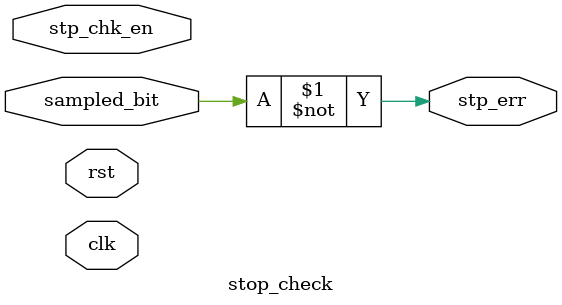
<source format=v>
module stop_check (clk, rst, stp_chk_en, sampled_bit, stp_err);

input clk, rst, stp_chk_en, sampled_bit;
output stp_err;

reg ff;

/*
always@(posedge clk or negedge rst)
begin
    if(!rst)
    ff <= 1'b0;
    else if(stp_chk_en)
    ff <= sampled_bit;
end
*/
assign stp_err = ~sampled_bit;

endmodule
</source>
